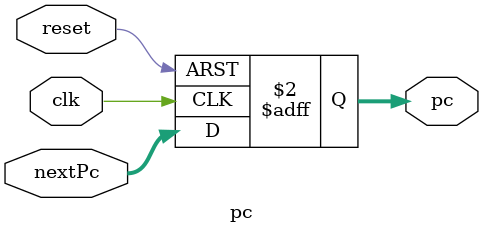
<source format=v>
/*
 * Universidade Federal Rural de Pernambuco - UFRPE
 * Disciplina: Arquitetura e Organização de Computadores - 2025.2
 * Projeto 02: Implementação de Processador MIPS Monociclo
 *
 * Grupo: 
 *  Emanuel Rodrigues
 *  Gustavo Henrique
 *  Heitor Santana
 *  João Ricardo 
 * 
 * Data: 09/12/2025
 *
 * Arquivo: pc.v
 * Descrição: Program Counter (Contador de Programa). Registrador síncrono que 
 * armazena o endereço da instrução atual e atualiza na borda de clock.
 */

module pc (
    input wire clk,        // Sinal de clock
    input wire reset,      // Sinal de reset
    input wire [31:0] nextPc, // Próximo valor do PC
    output reg [31:0] pc   // Valor atual do PC
);

// Bloco always para atualizar o PC
always @(posedge clk or posedge reset) begin
    if (reset) begin
        pc <= 32'b0; // Zera o PC quando reset está ativo
    end else begin 
        pc <= nextPc; // Atualiza o PC com o próximo valor
    end
end

endmodule
</source>
